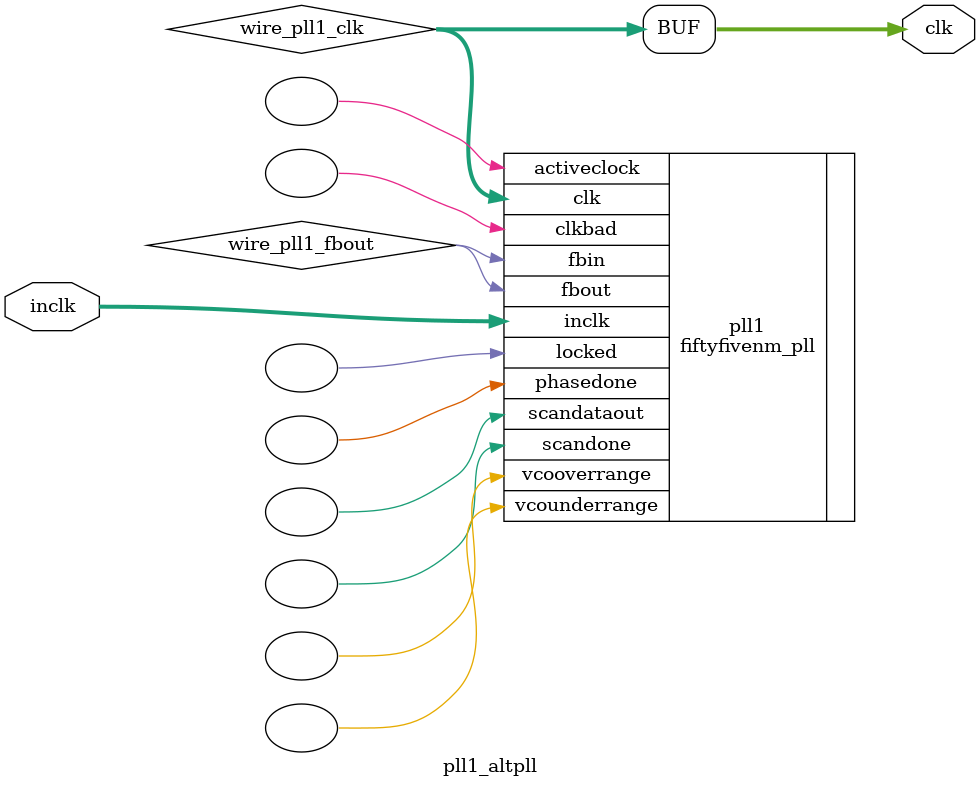
<source format=v>






//synthesis_resources = fiftyfivenm_pll 1 
//synopsys translate_off
`timescale 1 ps / 1 ps
//synopsys translate_on
module  pll1_altpll
	( 
	clk,
	inclk) /* synthesis synthesis_clearbox=1 */;
	output   [4:0]  clk;
	input   [1:0]  inclk;
`ifndef ALTERA_RESERVED_QIS
// synopsys translate_off
`endif
	tri0   [1:0]  inclk;
`ifndef ALTERA_RESERVED_QIS
// synopsys translate_on
`endif

	wire  [4:0]   wire_pll1_clk;
	wire  wire_pll1_fbout;

	fiftyfivenm_pll   pll1
	( 
	.activeclock(),
	.clk(wire_pll1_clk),
	.clkbad(),
	.fbin(wire_pll1_fbout),
	.fbout(wire_pll1_fbout),
	.inclk(inclk),
	.locked(),
	.phasedone(),
	.scandataout(),
	.scandone(),
	.vcooverrange(),
	.vcounderrange()
	`ifndef FORMAL_VERIFICATION
	// synopsys translate_off
	`endif
	,
	.areset(1'b0),
	.clkswitch(1'b0),
	.configupdate(1'b0),
	.pfdena(1'b1),
	.phasecounterselect({3{1'b0}}),
	.phasestep(1'b0),
	.phaseupdown(1'b0),
	.scanclk(1'b0),
	.scanclkena(1'b1),
	.scandata(1'b0)
	`ifndef FORMAL_VERIFICATION
	// synopsys translate_on
	`endif
	);
	defparam
		pll1.bandwidth_type = "auto",
		pll1.clk0_divide_by = 50,
		pll1.clk0_duty_cycle = 50,
		pll1.clk0_multiply_by = 53,
		pll1.clk0_phase_shift = "0",
		pll1.compensate_clock = "clk0",
		pll1.inclk0_input_frequency = 20000,
		pll1.operation_mode = "normal",
		pll1.pll_type = "auto",
		pll1.lpm_type = "fiftyfivenm_pll";
	assign
		clk = {wire_pll1_clk[4:0]};
endmodule //pll1_altpll
//VALID FILE

</source>
